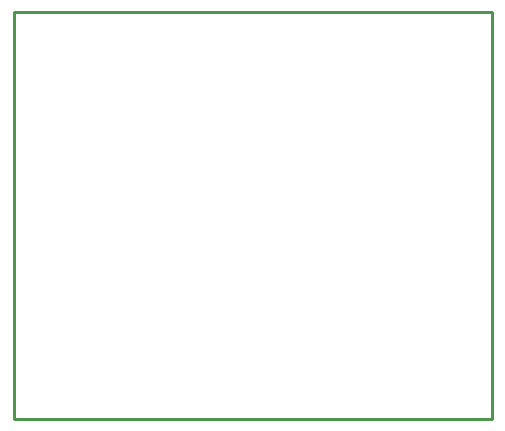
<source format=gbr>
G04 EAGLE Gerber RS-274X export*
G75*
%MOMM*%
%FSLAX34Y34*%
%LPD*%
%IN*%
%IPPOS*%
%AMOC8*
5,1,8,0,0,1.08239X$1,22.5*%
G01*
%ADD10C,0.254000*%


D10*
X0Y0D02*
X405000Y0D01*
X405000Y345000D01*
X0Y345000D01*
X0Y0D01*
M02*

</source>
